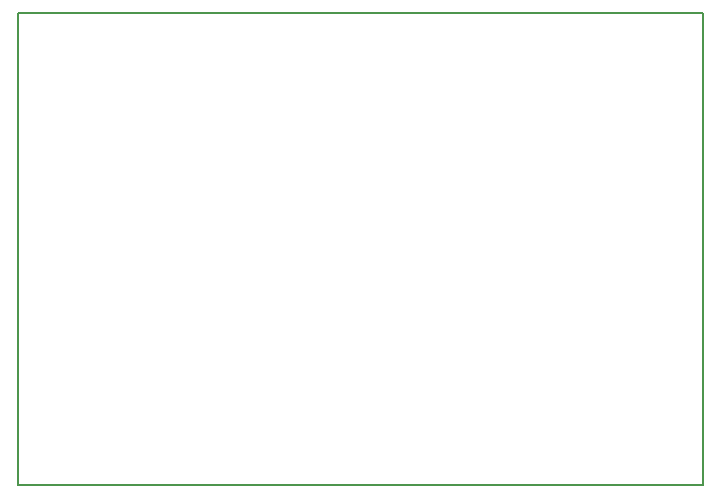
<source format=gbr>
%TF.GenerationSoftware,KiCad,Pcbnew,6.0.11-2627ca5db0~126~ubuntu22.04.1*%
%TF.CreationDate,2024-01-14T00:56:42+01:00*%
%TF.ProjectId,sda_trie_kbd,7364615f-7472-4696-955f-6b62642e6b69,rev?*%
%TF.SameCoordinates,PX2f34f60PY1c9b1e8*%
%TF.FileFunction,Profile,NP*%
%FSLAX46Y46*%
G04 Gerber Fmt 4.6, Leading zero omitted, Abs format (unit mm)*
G04 Created by KiCad (PCBNEW 6.0.11-2627ca5db0~126~ubuntu22.04.1) date 2024-01-14 00:56:42*
%MOMM*%
%LPD*%
G01*
G04 APERTURE LIST*
%TA.AperFunction,Profile*%
%ADD10C,0.150000*%
%TD*%
G04 APERTURE END LIST*
D10*
X0Y0D02*
X58000000Y0D01*
X58000000Y0D02*
X58000000Y-40009008D01*
X58000000Y-40009008D02*
X0Y-40009008D01*
X0Y-40009008D02*
X0Y0D01*
M02*

</source>
